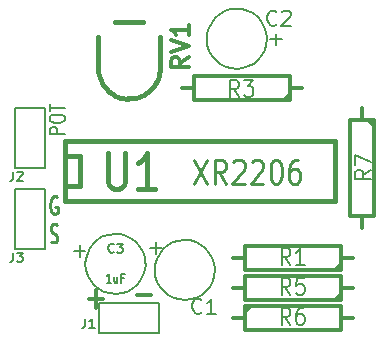
<source format=gto>
G04 (created by PCBNEW-RS274X (2012-01-19 BZR 3256)-stable) date 15/02/2013 14:55:32*
G01*
G70*
G90*
%MOIN*%
G04 Gerber Fmt 3.4, Leading zero omitted, Abs format*
%FSLAX34Y34*%
G04 APERTURE LIST*
%ADD10C,0.006000*%
%ADD11C,0.012000*%
%ADD12C,0.007500*%
%ADD13C,0.010000*%
%ADD14C,0.015000*%
%ADD15C,0.005000*%
%ADD16C,0.011300*%
%ADD17C,0.008000*%
G04 APERTURE END LIST*
G54D10*
G54D11*
X11772Y-18269D02*
X12229Y-18269D01*
X12000Y-18574D02*
X12000Y-17964D01*
X13372Y-18119D02*
X13829Y-18119D01*
G54D12*
X10952Y-12767D02*
X10452Y-12767D01*
X10452Y-12614D01*
X10476Y-12576D01*
X10500Y-12557D01*
X10548Y-12538D01*
X10619Y-12538D01*
X10667Y-12557D01*
X10690Y-12576D01*
X10714Y-12614D01*
X10714Y-12767D01*
X10452Y-12291D02*
X10452Y-12214D01*
X10476Y-12176D01*
X10524Y-12138D01*
X10619Y-12119D01*
X10786Y-12119D01*
X10881Y-12138D01*
X10929Y-12176D01*
X10952Y-12214D01*
X10952Y-12291D01*
X10929Y-12329D01*
X10881Y-12367D01*
X10786Y-12386D01*
X10619Y-12386D01*
X10524Y-12367D01*
X10476Y-12329D01*
X10452Y-12291D01*
X10452Y-12005D02*
X10452Y-11776D01*
X10952Y-11891D02*
X10452Y-11891D01*
G54D13*
X10705Y-14871D02*
X10667Y-14843D01*
X10610Y-14843D01*
X10552Y-14871D01*
X10514Y-14929D01*
X10495Y-14986D01*
X10476Y-15100D01*
X10476Y-15186D01*
X10495Y-15300D01*
X10514Y-15357D01*
X10552Y-15414D01*
X10610Y-15443D01*
X10648Y-15443D01*
X10705Y-15414D01*
X10724Y-15386D01*
X10724Y-15186D01*
X10648Y-15186D01*
X10486Y-16354D02*
X10543Y-16383D01*
X10639Y-16383D01*
X10677Y-16354D01*
X10696Y-16326D01*
X10715Y-16269D01*
X10715Y-16211D01*
X10696Y-16154D01*
X10677Y-16126D01*
X10639Y-16097D01*
X10562Y-16069D01*
X10524Y-16040D01*
X10505Y-16011D01*
X10486Y-15954D01*
X10486Y-15897D01*
X10505Y-15840D01*
X10524Y-15811D01*
X10562Y-15783D01*
X10658Y-15783D01*
X10715Y-15811D01*
G54D14*
X10960Y-13500D02*
X10960Y-13500D01*
X10960Y-13500D02*
X11460Y-13500D01*
X11460Y-13500D02*
X11460Y-14500D01*
X11460Y-14500D02*
X10960Y-14500D01*
X10960Y-13000D02*
X19960Y-13000D01*
X19960Y-13000D02*
X19960Y-15000D01*
X19960Y-15000D02*
X10960Y-15000D01*
X10960Y-15000D02*
X10960Y-13000D01*
G54D15*
X17696Y-09595D02*
X17676Y-09789D01*
X17620Y-09976D01*
X17528Y-10148D01*
X17405Y-10300D01*
X17254Y-10424D01*
X17082Y-10517D01*
X16896Y-10575D01*
X16701Y-10595D01*
X16508Y-10578D01*
X16321Y-10523D01*
X16147Y-10432D01*
X15995Y-10310D01*
X15870Y-10160D01*
X15775Y-09989D01*
X15716Y-09803D01*
X15695Y-09608D01*
X15711Y-09415D01*
X15765Y-09227D01*
X15854Y-09053D01*
X15975Y-08900D01*
X16124Y-08774D01*
X16295Y-08678D01*
X16481Y-08618D01*
X16675Y-08595D01*
X16868Y-08610D01*
X17056Y-08662D01*
X17231Y-08750D01*
X17385Y-08871D01*
X17512Y-09018D01*
X17609Y-09188D01*
X17671Y-09374D01*
X17695Y-09568D01*
X17696Y-09595D01*
X15961Y-17300D02*
X15941Y-17494D01*
X15885Y-17681D01*
X15793Y-17853D01*
X15670Y-18005D01*
X15519Y-18129D01*
X15347Y-18222D01*
X15161Y-18280D01*
X14966Y-18300D01*
X14773Y-18283D01*
X14586Y-18228D01*
X14412Y-18137D01*
X14260Y-18015D01*
X14135Y-17865D01*
X14040Y-17694D01*
X13981Y-17508D01*
X13960Y-17313D01*
X13976Y-17120D01*
X14030Y-16932D01*
X14119Y-16758D01*
X14240Y-16605D01*
X14389Y-16479D01*
X14560Y-16383D01*
X14746Y-16323D01*
X14940Y-16300D01*
X15133Y-16315D01*
X15321Y-16367D01*
X15496Y-16455D01*
X15650Y-16576D01*
X15777Y-16723D01*
X15874Y-16893D01*
X15936Y-17079D01*
X15960Y-17273D01*
X15961Y-17300D01*
G54D10*
X10300Y-13900D02*
X09300Y-13900D01*
X09300Y-13900D02*
X09300Y-11900D01*
X09300Y-11900D02*
X10300Y-11900D01*
X10300Y-11900D02*
X10300Y-13900D01*
G54D11*
X20560Y-17900D02*
X20160Y-17900D01*
X20160Y-17900D02*
X20160Y-18300D01*
X20160Y-18300D02*
X16960Y-18300D01*
X16960Y-18300D02*
X16960Y-17500D01*
X16960Y-17500D02*
X20160Y-17500D01*
X20160Y-17500D02*
X20160Y-17900D01*
X20160Y-18100D02*
X19960Y-18300D01*
X16560Y-17900D02*
X16960Y-17900D01*
X16560Y-18900D02*
X16960Y-18900D01*
X16960Y-18900D02*
X16960Y-18500D01*
X16960Y-18500D02*
X20160Y-18500D01*
X20160Y-18500D02*
X20160Y-19300D01*
X20160Y-19300D02*
X16960Y-19300D01*
X16960Y-19300D02*
X16960Y-18900D01*
X16960Y-18700D02*
X17160Y-18500D01*
X20560Y-18900D02*
X20160Y-18900D01*
X20860Y-11900D02*
X20860Y-12300D01*
X20860Y-12300D02*
X21260Y-12300D01*
X21260Y-12300D02*
X21260Y-15500D01*
X21260Y-15500D02*
X20460Y-15500D01*
X20460Y-15500D02*
X20460Y-12300D01*
X20460Y-12300D02*
X20860Y-12300D01*
X21060Y-12300D02*
X21260Y-12500D01*
X20860Y-15900D02*
X20860Y-15500D01*
X20560Y-16900D02*
X20160Y-16900D01*
X20160Y-16900D02*
X20160Y-17300D01*
X20160Y-17300D02*
X16960Y-17300D01*
X16960Y-17300D02*
X16960Y-16500D01*
X16960Y-16500D02*
X20160Y-16500D01*
X20160Y-16500D02*
X20160Y-16900D01*
X20160Y-17100D02*
X19960Y-17300D01*
X16560Y-16900D02*
X16960Y-16900D01*
X18870Y-11240D02*
X18470Y-11240D01*
X18470Y-11240D02*
X18470Y-11640D01*
X18470Y-11640D02*
X15270Y-11640D01*
X15270Y-11640D02*
X15270Y-10840D01*
X15270Y-10840D02*
X18470Y-10840D01*
X18470Y-10840D02*
X18470Y-11240D01*
X18470Y-11440D02*
X18270Y-11640D01*
X14870Y-11240D02*
X15270Y-11240D01*
G54D10*
X12100Y-19400D02*
X12100Y-18400D01*
X12100Y-18400D02*
X14100Y-18400D01*
X14100Y-18400D02*
X14100Y-19400D01*
X14100Y-19400D02*
X12100Y-19400D01*
X10300Y-16600D02*
X09300Y-16600D01*
X09300Y-16600D02*
X09300Y-14600D01*
X09300Y-14600D02*
X10300Y-14600D01*
X10300Y-14600D02*
X10300Y-16600D01*
G54D15*
X13651Y-17100D02*
X13631Y-17294D01*
X13575Y-17481D01*
X13483Y-17653D01*
X13360Y-17805D01*
X13209Y-17929D01*
X13037Y-18022D01*
X12851Y-18080D01*
X12656Y-18100D01*
X12463Y-18083D01*
X12276Y-18028D01*
X12102Y-17937D01*
X11950Y-17815D01*
X11825Y-17665D01*
X11730Y-17494D01*
X11671Y-17308D01*
X11650Y-17113D01*
X11666Y-16920D01*
X11720Y-16732D01*
X11809Y-16558D01*
X11930Y-16405D01*
X12079Y-16279D01*
X12250Y-16183D01*
X12436Y-16123D01*
X12630Y-16100D01*
X12823Y-16115D01*
X13011Y-16167D01*
X13186Y-16255D01*
X13340Y-16376D01*
X13467Y-16523D01*
X13564Y-16693D01*
X13626Y-16879D01*
X13650Y-17073D01*
X13651Y-17100D01*
G54D14*
X12072Y-10535D02*
X12079Y-09541D01*
X13574Y-09029D02*
X12626Y-09025D01*
X14137Y-10570D02*
X14141Y-09523D01*
X12066Y-10529D02*
X12067Y-10619D01*
X12077Y-10710D01*
X12094Y-10799D01*
X12119Y-10886D01*
X12152Y-10971D01*
X12192Y-11053D01*
X12239Y-11131D01*
X12292Y-11205D01*
X12352Y-11273D01*
X12417Y-11337D01*
X12488Y-11394D01*
X12564Y-11445D01*
X12643Y-11489D01*
X12726Y-11526D01*
X12812Y-11556D01*
X12901Y-11578D01*
X12990Y-11592D01*
X13081Y-11598D01*
X13067Y-11584D02*
X13157Y-11583D01*
X13248Y-11573D01*
X13337Y-11556D01*
X13424Y-11531D01*
X13509Y-11498D01*
X13591Y-11458D01*
X13669Y-11411D01*
X13743Y-11358D01*
X13811Y-11298D01*
X13875Y-11233D01*
X13932Y-11162D01*
X13983Y-11086D01*
X14027Y-11007D01*
X14064Y-10924D01*
X14094Y-10838D01*
X14116Y-10749D01*
X14130Y-10660D01*
X14136Y-10569D01*
X12398Y-13386D02*
X12398Y-14357D01*
X12446Y-14471D01*
X12493Y-14529D01*
X12589Y-14586D01*
X12779Y-14586D01*
X12874Y-14529D01*
X12922Y-14471D01*
X12970Y-14357D01*
X12970Y-13386D01*
X13970Y-14586D02*
X13398Y-14586D01*
X13684Y-14586D02*
X13684Y-13386D01*
X13589Y-13557D01*
X13494Y-13671D01*
X13398Y-13729D01*
G54D16*
X15281Y-13624D02*
X15714Y-14424D01*
X15714Y-13624D02*
X15281Y-14424D01*
X16333Y-14424D02*
X16117Y-14043D01*
X15962Y-14424D02*
X15962Y-13624D01*
X16209Y-13624D01*
X16271Y-13662D01*
X16302Y-13700D01*
X16333Y-13776D01*
X16333Y-13890D01*
X16302Y-13967D01*
X16271Y-14005D01*
X16209Y-14043D01*
X15962Y-14043D01*
X16581Y-13700D02*
X16612Y-13662D01*
X16674Y-13624D01*
X16828Y-13624D01*
X16890Y-13662D01*
X16921Y-13700D01*
X16952Y-13776D01*
X16952Y-13852D01*
X16921Y-13967D01*
X16550Y-14424D01*
X16952Y-14424D01*
X17200Y-13700D02*
X17231Y-13662D01*
X17293Y-13624D01*
X17447Y-13624D01*
X17509Y-13662D01*
X17540Y-13700D01*
X17571Y-13776D01*
X17571Y-13852D01*
X17540Y-13967D01*
X17169Y-14424D01*
X17571Y-14424D01*
X17974Y-13624D02*
X18035Y-13624D01*
X18097Y-13662D01*
X18128Y-13700D01*
X18159Y-13776D01*
X18190Y-13929D01*
X18190Y-14119D01*
X18159Y-14271D01*
X18128Y-14348D01*
X18097Y-14386D01*
X18035Y-14424D01*
X17974Y-14424D01*
X17912Y-14386D01*
X17881Y-14348D01*
X17850Y-14271D01*
X17819Y-14119D01*
X17819Y-13929D01*
X17850Y-13776D01*
X17881Y-13700D01*
X17912Y-13662D01*
X17974Y-13624D01*
X18747Y-13624D02*
X18624Y-13624D01*
X18562Y-13662D01*
X18531Y-13700D01*
X18469Y-13814D01*
X18438Y-13967D01*
X18438Y-14271D01*
X18469Y-14348D01*
X18500Y-14386D01*
X18562Y-14424D01*
X18685Y-14424D01*
X18747Y-14386D01*
X18778Y-14348D01*
X18809Y-14271D01*
X18809Y-14081D01*
X18778Y-14005D01*
X18747Y-13967D01*
X18685Y-13929D01*
X18562Y-13929D01*
X18500Y-13967D01*
X18469Y-14005D01*
X18438Y-14081D01*
G54D15*
X18017Y-09105D02*
X17993Y-09129D01*
X17922Y-09152D01*
X17874Y-09152D01*
X17802Y-09129D01*
X17755Y-09081D01*
X17731Y-09033D01*
X17707Y-08938D01*
X17707Y-08867D01*
X17731Y-08771D01*
X17755Y-08724D01*
X17802Y-08676D01*
X17874Y-08652D01*
X17922Y-08652D01*
X17993Y-08676D01*
X18017Y-08700D01*
X18207Y-08700D02*
X18231Y-08676D01*
X18279Y-08652D01*
X18398Y-08652D01*
X18445Y-08676D01*
X18469Y-08700D01*
X18493Y-08748D01*
X18493Y-08795D01*
X18469Y-08867D01*
X18183Y-09152D01*
X18493Y-09152D01*
G54D12*
X17810Y-09612D02*
X18191Y-09612D01*
X18001Y-09802D02*
X18001Y-09421D01*
G54D15*
X15517Y-18705D02*
X15493Y-18729D01*
X15422Y-18752D01*
X15374Y-18752D01*
X15302Y-18729D01*
X15255Y-18681D01*
X15231Y-18633D01*
X15207Y-18538D01*
X15207Y-18467D01*
X15231Y-18371D01*
X15255Y-18324D01*
X15302Y-18276D01*
X15374Y-18252D01*
X15422Y-18252D01*
X15493Y-18276D01*
X15517Y-18300D01*
X15993Y-18752D02*
X15707Y-18752D01*
X15850Y-18752D02*
X15850Y-18252D01*
X15802Y-18324D01*
X15755Y-18371D01*
X15707Y-18395D01*
G54D12*
X13810Y-16562D02*
X14191Y-16562D01*
X14001Y-16752D02*
X14001Y-16371D01*
G54D10*
X09250Y-14021D02*
X09250Y-14236D01*
X09236Y-14279D01*
X09207Y-14307D01*
X09164Y-14321D01*
X09136Y-14321D01*
X09379Y-14050D02*
X09393Y-14036D01*
X09422Y-14021D01*
X09493Y-14021D01*
X09522Y-14036D01*
X09536Y-14050D01*
X09551Y-14079D01*
X09551Y-14107D01*
X09536Y-14150D01*
X09365Y-14321D01*
X09551Y-14321D01*
G54D17*
X18477Y-18123D02*
X18310Y-17861D01*
X18191Y-18123D02*
X18191Y-17573D01*
X18382Y-17573D01*
X18429Y-17599D01*
X18453Y-17625D01*
X18477Y-17677D01*
X18477Y-17756D01*
X18453Y-17808D01*
X18429Y-17835D01*
X18382Y-17861D01*
X18191Y-17861D01*
X18929Y-17573D02*
X18691Y-17573D01*
X18667Y-17835D01*
X18691Y-17808D01*
X18739Y-17782D01*
X18858Y-17782D01*
X18905Y-17808D01*
X18929Y-17835D01*
X18953Y-17887D01*
X18953Y-18018D01*
X18929Y-18070D01*
X18905Y-18096D01*
X18858Y-18123D01*
X18739Y-18123D01*
X18691Y-18096D01*
X18667Y-18070D01*
X18477Y-19123D02*
X18310Y-18861D01*
X18191Y-19123D02*
X18191Y-18573D01*
X18382Y-18573D01*
X18429Y-18599D01*
X18453Y-18625D01*
X18477Y-18677D01*
X18477Y-18756D01*
X18453Y-18808D01*
X18429Y-18835D01*
X18382Y-18861D01*
X18191Y-18861D01*
X18905Y-18573D02*
X18810Y-18573D01*
X18762Y-18599D01*
X18739Y-18625D01*
X18691Y-18704D01*
X18667Y-18808D01*
X18667Y-19018D01*
X18691Y-19070D01*
X18715Y-19096D01*
X18762Y-19123D01*
X18858Y-19123D01*
X18905Y-19096D01*
X18929Y-19070D01*
X18953Y-19018D01*
X18953Y-18887D01*
X18929Y-18835D01*
X18905Y-18808D01*
X18858Y-18782D01*
X18762Y-18782D01*
X18715Y-18808D01*
X18691Y-18835D01*
X18667Y-18887D01*
X21173Y-13983D02*
X20911Y-14150D01*
X21173Y-14269D02*
X20623Y-14269D01*
X20623Y-14078D01*
X20649Y-14031D01*
X20675Y-14007D01*
X20727Y-13983D01*
X20806Y-13983D01*
X20858Y-14007D01*
X20885Y-14031D01*
X20911Y-14078D01*
X20911Y-14269D01*
X20623Y-13817D02*
X20623Y-13483D01*
X21173Y-13698D01*
X18477Y-17123D02*
X18310Y-16861D01*
X18191Y-17123D02*
X18191Y-16573D01*
X18382Y-16573D01*
X18429Y-16599D01*
X18453Y-16625D01*
X18477Y-16677D01*
X18477Y-16756D01*
X18453Y-16808D01*
X18429Y-16835D01*
X18382Y-16861D01*
X18191Y-16861D01*
X18953Y-17123D02*
X18667Y-17123D01*
X18810Y-17123D02*
X18810Y-16573D01*
X18762Y-16651D01*
X18715Y-16704D01*
X18667Y-16730D01*
X16767Y-11523D02*
X16600Y-11261D01*
X16481Y-11523D02*
X16481Y-10973D01*
X16672Y-10973D01*
X16719Y-10999D01*
X16743Y-11025D01*
X16767Y-11077D01*
X16767Y-11156D01*
X16743Y-11208D01*
X16719Y-11235D01*
X16672Y-11261D01*
X16481Y-11261D01*
X16933Y-10973D02*
X17243Y-10973D01*
X17076Y-11182D01*
X17148Y-11182D01*
X17195Y-11208D01*
X17219Y-11235D01*
X17243Y-11287D01*
X17243Y-11418D01*
X17219Y-11470D01*
X17195Y-11496D01*
X17148Y-11523D01*
X17005Y-11523D01*
X16957Y-11496D01*
X16933Y-11470D01*
G54D10*
X11650Y-18921D02*
X11650Y-19136D01*
X11636Y-19179D01*
X11607Y-19207D01*
X11564Y-19221D01*
X11536Y-19221D01*
X11951Y-19221D02*
X11779Y-19221D01*
X11865Y-19221D02*
X11865Y-18921D01*
X11836Y-18964D01*
X11808Y-18993D01*
X11779Y-19007D01*
X09250Y-16721D02*
X09250Y-16936D01*
X09236Y-16979D01*
X09207Y-17007D01*
X09164Y-17021D01*
X09136Y-17021D01*
X09365Y-16721D02*
X09551Y-16721D01*
X09451Y-16836D01*
X09493Y-16836D01*
X09522Y-16850D01*
X09536Y-16864D01*
X09551Y-16893D01*
X09551Y-16964D01*
X09536Y-16993D01*
X09522Y-17007D01*
X09493Y-17021D01*
X09408Y-17021D01*
X09379Y-17007D01*
X09365Y-16993D01*
G54D15*
X12600Y-16694D02*
X12586Y-16708D01*
X12543Y-16722D01*
X12514Y-16722D01*
X12471Y-16708D01*
X12443Y-16680D01*
X12428Y-16651D01*
X12414Y-16594D01*
X12414Y-16551D01*
X12428Y-16494D01*
X12443Y-16465D01*
X12471Y-16437D01*
X12514Y-16422D01*
X12543Y-16422D01*
X12586Y-16437D01*
X12600Y-16451D01*
X12700Y-16422D02*
X12886Y-16422D01*
X12786Y-16537D01*
X12828Y-16537D01*
X12857Y-16551D01*
X12871Y-16565D01*
X12886Y-16594D01*
X12886Y-16665D01*
X12871Y-16694D01*
X12857Y-16708D01*
X12828Y-16722D01*
X12743Y-16722D01*
X12714Y-16708D01*
X12700Y-16694D01*
X12501Y-17721D02*
X12359Y-17721D01*
X12430Y-17721D02*
X12430Y-17421D01*
X12406Y-17464D01*
X12382Y-17493D01*
X12359Y-17507D01*
X12716Y-17521D02*
X12716Y-17721D01*
X12609Y-17521D02*
X12609Y-17679D01*
X12620Y-17707D01*
X12644Y-17721D01*
X12680Y-17721D01*
X12704Y-17707D01*
X12716Y-17693D01*
X12918Y-17564D02*
X12835Y-17564D01*
X12835Y-17721D02*
X12835Y-17421D01*
X12954Y-17421D01*
G54D12*
X11260Y-16662D02*
X11641Y-16662D01*
X11451Y-16852D02*
X11451Y-16471D01*
G54D11*
X15093Y-10206D02*
X14807Y-10406D01*
X15093Y-10549D02*
X14493Y-10549D01*
X14493Y-10321D01*
X14521Y-10263D01*
X14550Y-10235D01*
X14607Y-10206D01*
X14693Y-10206D01*
X14750Y-10235D01*
X14779Y-10263D01*
X14807Y-10321D01*
X14807Y-10549D01*
X14493Y-10035D02*
X15093Y-09835D01*
X14493Y-09635D01*
X15093Y-09121D02*
X15093Y-09464D01*
X15093Y-09292D02*
X14493Y-09292D01*
X14579Y-09349D01*
X14636Y-09407D01*
X14664Y-09464D01*
M02*

</source>
